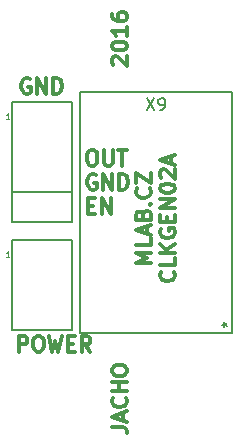
<source format=gbr>
G04 #@! TF.FileFunction,Legend,Top*
%FSLAX46Y46*%
G04 Gerber Fmt 4.6, Leading zero omitted, Abs format (unit mm)*
G04 Created by KiCad (PCBNEW 4.0.3-stable) date 09/22/16 08:13:14*
%MOMM*%
%LPD*%
G01*
G04 APERTURE LIST*
%ADD10C,0.500000*%
%ADD11C,0.300000*%
%ADD12C,0.150000*%
%ADD13C,0.050000*%
G04 APERTURE END LIST*
D10*
D11*
X14688286Y15831905D02*
X14750190Y15770000D01*
X14812095Y15584286D01*
X14812095Y15460476D01*
X14750190Y15274762D01*
X14626381Y15150953D01*
X14502571Y15089048D01*
X14254952Y15027143D01*
X14069238Y15027143D01*
X13821619Y15089048D01*
X13697810Y15150953D01*
X13574000Y15274762D01*
X13512095Y15460476D01*
X13512095Y15584286D01*
X13574000Y15770000D01*
X13635905Y15831905D01*
X14812095Y17008095D02*
X14812095Y16389048D01*
X13512095Y16389048D01*
X14812095Y17441429D02*
X13512095Y17441429D01*
X14812095Y18184286D02*
X14069238Y17627143D01*
X13512095Y18184286D02*
X14254952Y17441429D01*
X13574000Y19422381D02*
X13512095Y19298572D01*
X13512095Y19112857D01*
X13574000Y18927143D01*
X13697810Y18803334D01*
X13821619Y18741429D01*
X14069238Y18679524D01*
X14254952Y18679524D01*
X14502571Y18741429D01*
X14626381Y18803334D01*
X14750190Y18927143D01*
X14812095Y19112857D01*
X14812095Y19236667D01*
X14750190Y19422381D01*
X14688286Y19484286D01*
X14254952Y19484286D01*
X14254952Y19236667D01*
X14131143Y20041429D02*
X14131143Y20474762D01*
X14812095Y20660476D02*
X14812095Y20041429D01*
X13512095Y20041429D01*
X13512095Y20660476D01*
X14812095Y21217619D02*
X13512095Y21217619D01*
X14812095Y21960476D01*
X13512095Y21960476D01*
X13512095Y22827143D02*
X13512095Y22950952D01*
X13574000Y23074762D01*
X13635905Y23136667D01*
X13759714Y23198571D01*
X14007333Y23260476D01*
X14316857Y23260476D01*
X14564476Y23198571D01*
X14688286Y23136667D01*
X14750190Y23074762D01*
X14812095Y22950952D01*
X14812095Y22827143D01*
X14750190Y22703333D01*
X14688286Y22641429D01*
X14564476Y22579524D01*
X14316857Y22517619D01*
X14007333Y22517619D01*
X13759714Y22579524D01*
X13635905Y22641429D01*
X13574000Y22703333D01*
X13512095Y22827143D01*
X13635905Y23755714D02*
X13574000Y23817619D01*
X13512095Y23941428D01*
X13512095Y24250952D01*
X13574000Y24374762D01*
X13635905Y24436666D01*
X13759714Y24498571D01*
X13883524Y24498571D01*
X14069238Y24436666D01*
X14812095Y23693809D01*
X14812095Y24498571D01*
X14440667Y24993809D02*
X14440667Y25612857D01*
X14812095Y24870000D02*
X13512095Y25303333D01*
X14812095Y25736666D01*
X9571905Y33331429D02*
X9510000Y33393334D01*
X9448095Y33517143D01*
X9448095Y33826667D01*
X9510000Y33950477D01*
X9571905Y34012381D01*
X9695714Y34074286D01*
X9819524Y34074286D01*
X10005238Y34012381D01*
X10748095Y33269524D01*
X10748095Y34074286D01*
X9448095Y34879048D02*
X9448095Y35002857D01*
X9510000Y35126667D01*
X9571905Y35188572D01*
X9695714Y35250476D01*
X9943333Y35312381D01*
X10252857Y35312381D01*
X10500476Y35250476D01*
X10624286Y35188572D01*
X10686190Y35126667D01*
X10748095Y35002857D01*
X10748095Y34879048D01*
X10686190Y34755238D01*
X10624286Y34693334D01*
X10500476Y34631429D01*
X10252857Y34569524D01*
X9943333Y34569524D01*
X9695714Y34631429D01*
X9571905Y34693334D01*
X9510000Y34755238D01*
X9448095Y34879048D01*
X10748095Y36550476D02*
X10748095Y35807619D01*
X10748095Y36179048D02*
X9448095Y36179048D01*
X9633810Y36055238D01*
X9757619Y35931429D01*
X9819524Y35807619D01*
X9448095Y37664762D02*
X9448095Y37417143D01*
X9510000Y37293333D01*
X9571905Y37231428D01*
X9757619Y37107619D01*
X10005238Y37045714D01*
X10500476Y37045714D01*
X10624286Y37107619D01*
X10686190Y37169524D01*
X10748095Y37293333D01*
X10748095Y37540952D01*
X10686190Y37664762D01*
X10624286Y37726666D01*
X10500476Y37788571D01*
X10190952Y37788571D01*
X10067143Y37726666D01*
X10005238Y37664762D01*
X9943333Y37540952D01*
X9943333Y37293333D01*
X10005238Y37169524D01*
X10067143Y37107619D01*
X10190952Y37045714D01*
X9448095Y2696666D02*
X10376667Y2696666D01*
X10562381Y2634762D01*
X10686190Y2510952D01*
X10748095Y2325238D01*
X10748095Y2201428D01*
X10376667Y3253809D02*
X10376667Y3872857D01*
X10748095Y3130000D02*
X9448095Y3563333D01*
X10748095Y3996666D01*
X10624286Y5172857D02*
X10686190Y5110952D01*
X10748095Y4925238D01*
X10748095Y4801428D01*
X10686190Y4615714D01*
X10562381Y4491905D01*
X10438571Y4430000D01*
X10190952Y4368095D01*
X10005238Y4368095D01*
X9757619Y4430000D01*
X9633810Y4491905D01*
X9510000Y4615714D01*
X9448095Y4801428D01*
X9448095Y4925238D01*
X9510000Y5110952D01*
X9571905Y5172857D01*
X10748095Y5730000D02*
X9448095Y5730000D01*
X10067143Y5730000D02*
X10067143Y6472857D01*
X10748095Y6472857D02*
X9448095Y6472857D01*
X9448095Y7339524D02*
X9448095Y7587143D01*
X9510000Y7710952D01*
X9633810Y7834762D01*
X9881429Y7896667D01*
X10314762Y7896667D01*
X10562381Y7834762D01*
X10686190Y7710952D01*
X10748095Y7587143D01*
X10748095Y7339524D01*
X10686190Y7215714D01*
X10562381Y7091905D01*
X10314762Y7030000D01*
X9881429Y7030000D01*
X9633810Y7091905D01*
X9510000Y7215714D01*
X9448095Y7339524D01*
X12780095Y16574762D02*
X11480095Y16574762D01*
X12408667Y17008095D01*
X11480095Y17441428D01*
X12780095Y17441428D01*
X12780095Y18679523D02*
X12780095Y18060476D01*
X11480095Y18060476D01*
X12408667Y19050952D02*
X12408667Y19670000D01*
X12780095Y18927143D02*
X11480095Y19360476D01*
X12780095Y19793809D01*
X12099143Y20660476D02*
X12161048Y20846190D01*
X12222952Y20908095D01*
X12346762Y20970000D01*
X12532476Y20970000D01*
X12656286Y20908095D01*
X12718190Y20846190D01*
X12780095Y20722381D01*
X12780095Y20227143D01*
X11480095Y20227143D01*
X11480095Y20660476D01*
X11542000Y20784286D01*
X11603905Y20846190D01*
X11727714Y20908095D01*
X11851524Y20908095D01*
X11975333Y20846190D01*
X12037238Y20784286D01*
X12099143Y20660476D01*
X12099143Y20227143D01*
X12656286Y21527143D02*
X12718190Y21589048D01*
X12780095Y21527143D01*
X12718190Y21465238D01*
X12656286Y21527143D01*
X12780095Y21527143D01*
X12656286Y22889048D02*
X12718190Y22827143D01*
X12780095Y22641429D01*
X12780095Y22517619D01*
X12718190Y22331905D01*
X12594381Y22208096D01*
X12470571Y22146191D01*
X12222952Y22084286D01*
X12037238Y22084286D01*
X11789619Y22146191D01*
X11665810Y22208096D01*
X11542000Y22331905D01*
X11480095Y22517619D01*
X11480095Y22641429D01*
X11542000Y22827143D01*
X11603905Y22889048D01*
X11480095Y23322381D02*
X11480095Y24189048D01*
X12780095Y23322381D01*
X12780095Y24189048D01*
X2514476Y32146000D02*
X2390667Y32207905D01*
X2204952Y32207905D01*
X2019238Y32146000D01*
X1895429Y32022190D01*
X1833524Y31898381D01*
X1771619Y31650762D01*
X1771619Y31465048D01*
X1833524Y31217429D01*
X1895429Y31093619D01*
X2019238Y30969810D01*
X2204952Y30907905D01*
X2328762Y30907905D01*
X2514476Y30969810D01*
X2576381Y31031714D01*
X2576381Y31465048D01*
X2328762Y31465048D01*
X3133524Y30907905D02*
X3133524Y32207905D01*
X3876381Y30907905D01*
X3876381Y32207905D01*
X4495429Y30907905D02*
X4495429Y32207905D01*
X4804953Y32207905D01*
X4990667Y32146000D01*
X5114476Y32022190D01*
X5176381Y31898381D01*
X5238286Y31650762D01*
X5238286Y31465048D01*
X5176381Y31217429D01*
X5114476Y31093619D01*
X4990667Y30969810D01*
X4804953Y30907905D01*
X4495429Y30907905D01*
X7669143Y26111905D02*
X7916762Y26111905D01*
X8040571Y26050000D01*
X8164381Y25926190D01*
X8226286Y25678571D01*
X8226286Y25245238D01*
X8164381Y24997619D01*
X8040571Y24873810D01*
X7916762Y24811905D01*
X7669143Y24811905D01*
X7545333Y24873810D01*
X7421524Y24997619D01*
X7359619Y25245238D01*
X7359619Y25678571D01*
X7421524Y25926190D01*
X7545333Y26050000D01*
X7669143Y26111905D01*
X8783429Y26111905D02*
X8783429Y25059524D01*
X8845334Y24935714D01*
X8907238Y24873810D01*
X9031048Y24811905D01*
X9278667Y24811905D01*
X9402476Y24873810D01*
X9464381Y24935714D01*
X9526286Y25059524D01*
X9526286Y26111905D01*
X9959620Y26111905D02*
X10702477Y26111905D01*
X10331048Y24811905D02*
X10331048Y26111905D01*
X8102476Y24018000D02*
X7978667Y24079905D01*
X7792952Y24079905D01*
X7607238Y24018000D01*
X7483429Y23894190D01*
X7421524Y23770381D01*
X7359619Y23522762D01*
X7359619Y23337048D01*
X7421524Y23089429D01*
X7483429Y22965619D01*
X7607238Y22841810D01*
X7792952Y22779905D01*
X7916762Y22779905D01*
X8102476Y22841810D01*
X8164381Y22903714D01*
X8164381Y23337048D01*
X7916762Y23337048D01*
X8721524Y22779905D02*
X8721524Y24079905D01*
X9464381Y22779905D01*
X9464381Y24079905D01*
X10083429Y22779905D02*
X10083429Y24079905D01*
X10392953Y24079905D01*
X10578667Y24018000D01*
X10702476Y23894190D01*
X10764381Y23770381D01*
X10826286Y23522762D01*
X10826286Y23337048D01*
X10764381Y23089429D01*
X10702476Y22965619D01*
X10578667Y22841810D01*
X10392953Y22779905D01*
X10083429Y22779905D01*
X7421524Y21428857D02*
X7854857Y21428857D01*
X8040571Y20747905D02*
X7421524Y20747905D01*
X7421524Y22047905D01*
X8040571Y22047905D01*
X8597714Y20747905D02*
X8597714Y22047905D01*
X9340571Y20747905D01*
X9340571Y22047905D01*
X1569620Y9063905D02*
X1569620Y10363905D01*
X2064858Y10363905D01*
X2188667Y10302000D01*
X2250572Y10240095D01*
X2312477Y10116286D01*
X2312477Y9930571D01*
X2250572Y9806762D01*
X2188667Y9744857D01*
X2064858Y9682952D01*
X1569620Y9682952D01*
X3117239Y10363905D02*
X3364858Y10363905D01*
X3488667Y10302000D01*
X3612477Y10178190D01*
X3674382Y9930571D01*
X3674382Y9497238D01*
X3612477Y9249619D01*
X3488667Y9125810D01*
X3364858Y9063905D01*
X3117239Y9063905D01*
X2993429Y9125810D01*
X2869620Y9249619D01*
X2807715Y9497238D01*
X2807715Y9930571D01*
X2869620Y10178190D01*
X2993429Y10302000D01*
X3117239Y10363905D01*
X4107715Y10363905D02*
X4417239Y9063905D01*
X4664858Y9992476D01*
X4912477Y9063905D01*
X5222001Y10363905D01*
X5717239Y9744857D02*
X6150572Y9744857D01*
X6336286Y9063905D02*
X5717239Y9063905D01*
X5717239Y10363905D01*
X6336286Y10363905D01*
X7636286Y9063905D02*
X7202953Y9682952D01*
X6893429Y9063905D02*
X6893429Y10363905D01*
X7388667Y10363905D01*
X7512476Y10302000D01*
X7574381Y10240095D01*
X7636286Y10116286D01*
X7636286Y9930571D01*
X7574381Y9806762D01*
X7512476Y9744857D01*
X7388667Y9682952D01*
X6893429Y9682952D01*
D12*
X1016000Y18542000D02*
X6096000Y18542000D01*
X6096000Y18542000D02*
X6096000Y10922000D01*
X6096000Y10922000D02*
X1016000Y10922000D01*
X1016000Y10922000D02*
X1016000Y18542000D01*
X1016000Y30226000D02*
X6096000Y30226000D01*
X6096000Y30226000D02*
X6096000Y22606000D01*
X6096000Y22606000D02*
X1016000Y22606000D01*
X1016000Y22606000D02*
X1016000Y30226000D01*
X6758000Y10628000D02*
X6758000Y31028000D01*
X6758000Y31028000D02*
X19658000Y31028000D01*
X19658000Y31028000D02*
X19658000Y10628000D01*
X19658000Y10628000D02*
X6758000Y10628000D01*
X1016000Y20066000D02*
X1016000Y22606000D01*
X1016000Y22606000D02*
X6096000Y22606000D01*
X6096000Y22606000D02*
X6096000Y20066000D01*
X6096000Y20066000D02*
X1016000Y20066000D01*
D13*
X777857Y17045810D02*
X492143Y17045810D01*
X635000Y17045810D02*
X635000Y17545810D01*
X587381Y17474381D01*
X539762Y17426762D01*
X492143Y17402952D01*
X777857Y28729810D02*
X492143Y28729810D01*
X635000Y28729810D02*
X635000Y29229810D01*
X587381Y29158381D01*
X539762Y29110762D01*
X492143Y29086952D01*
D12*
X12398476Y30519619D02*
X13065143Y29519619D01*
X13065143Y30519619D02*
X12398476Y29519619D01*
X13493714Y29519619D02*
X13684190Y29519619D01*
X13779429Y29567238D01*
X13827048Y29614857D01*
X13922286Y29757714D01*
X13969905Y29948190D01*
X13969905Y30329143D01*
X13922286Y30424381D01*
X13874667Y30472000D01*
X13779429Y30519619D01*
X13588952Y30519619D01*
X13493714Y30472000D01*
X13446095Y30424381D01*
X13398476Y30329143D01*
X13398476Y30091048D01*
X13446095Y29995810D01*
X13493714Y29948190D01*
X13588952Y29900571D01*
X13779429Y29900571D01*
X13874667Y29948190D01*
X13922286Y29995810D01*
X13969905Y30091048D01*
X18769081Y11353800D02*
X19007176Y11353800D01*
X18911938Y11115705D02*
X19007176Y11353800D01*
X18911938Y11591896D01*
X19197652Y11210943D02*
X19007176Y11353800D01*
X19197652Y11496658D01*
M02*

</source>
